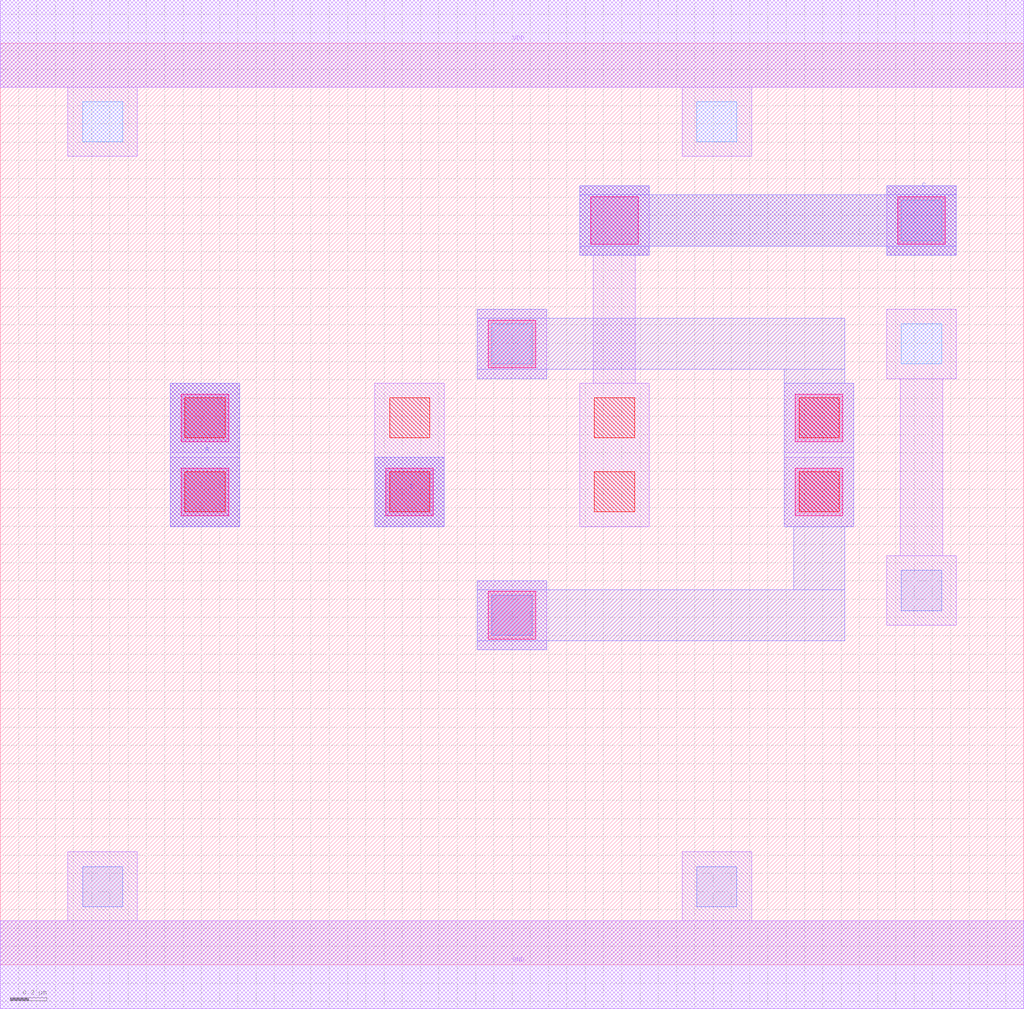
<source format=lef>
MACRO MARTIN1989
 CLASS CORE ;
 FOREIGN MARTIN1989 0 0 ;
 SIZE 5.6000000000000005 BY 5.04 ;
 ORIGIN 0 0 ;
 SYMMETRY X Y R90 ;
 SITE unit ;
  PIN VDD
   DIRECTION INOUT ;
   USE POWER ;
   SHAPE ABUTMENT ;
    PORT
     CLASS CORE ;
       LAYER met1 ;
        RECT 0.00000000 4.80000000 5.60000000 5.28000000 ;
    END
  END VDD

  PIN GND
   DIRECTION INOUT ;
   USE POWER ;
   SHAPE ABUTMENT ;
    PORT
     CLASS CORE ;
       LAYER met1 ;
        RECT 0.00000000 -0.24000000 5.60000000 0.24000000 ;
    END
  END GND

  PIN C
   DIRECTION INOUT ;
   USE SIGNAL ;
   SHAPE ABUTMENT ;
    PORT
     CLASS CORE ;
       LAYER met2 ;
        RECT 3.17000000 3.88200000 3.55000000 3.93200000 ;
        RECT 4.85000000 3.88200000 5.23000000 3.93200000 ;
        RECT 3.17000000 3.93200000 5.23000000 4.21200000 ;
        RECT 3.17000000 4.21200000 3.55000000 4.26200000 ;
        RECT 4.85000000 4.21200000 5.23000000 4.26200000 ;
    END
  END C

  PIN B
   DIRECTION INOUT ;
   USE SIGNAL ;
   SHAPE ABUTMENT ;
    PORT
     CLASS CORE ;
       LAYER met2 ;
        RECT 2.05000000 2.39700000 2.43000000 2.77700000 ;
    END
  END B

  PIN A
   DIRECTION INOUT ;
   USE SIGNAL ;
   SHAPE ABUTMENT ;
    PORT
     CLASS CORE ;
       LAYER met2 ;
        RECT 0.93000000 2.39700000 1.31000000 3.18200000 ;
    END
  END A

 OBS
    LAYER polycont ;
     RECT 1.01000000 2.47700000 1.23000000 2.69700000 ;
     RECT 2.13000000 2.47700000 2.35000000 2.69700000 ;
     RECT 3.25000000 2.47700000 3.47000000 2.69700000 ;
     RECT 4.37000000 2.47700000 4.59000000 2.69700000 ;
     RECT 1.01000000 2.88200000 1.23000000 3.10200000 ;
     RECT 2.13000000 2.88200000 2.35000000 3.10200000 ;
     RECT 3.25000000 2.88200000 3.47000000 3.10200000 ;
     RECT 4.37000000 2.88200000 4.59000000 3.10200000 ;

    LAYER pdiffc ;
     RECT 2.69000000 3.28700000 2.91000000 3.50700000 ;
     RECT 4.93000000 3.28700000 5.15000000 3.50700000 ;
     RECT 4.93000000 3.96200000 5.15000000 4.18200000 ;
     RECT 0.45000000 4.50200000 0.67000000 4.72200000 ;
     RECT 3.81000000 4.50200000 4.03000000 4.72200000 ;

    LAYER ndiffc ;
     RECT 0.45000000 0.31700000 0.67000000 0.53700000 ;
     RECT 3.81000000 0.31700000 4.03000000 0.53700000 ;
     RECT 2.69000000 1.80200000 2.91000000 2.02200000 ;
     RECT 4.93000000 1.93700000 5.15000000 2.15700000 ;

    LAYER met1 ;
     RECT 0.00000000 -0.24000000 5.60000000 0.24000000 ;
     RECT 0.37000000 0.24000000 0.75000000 0.61700000 ;
     RECT 3.73000000 0.24000000 4.11000000 0.61700000 ;
     RECT 2.61000000 1.72200000 2.99000000 2.10200000 ;
     RECT 0.93000000 2.39700000 1.31000000 2.77700000 ;
     RECT 4.29000000 2.39700000 4.67000000 2.77700000 ;
     RECT 0.93000000 2.80200000 1.31000000 3.18200000 ;
     RECT 2.05000000 2.39700000 2.43000000 3.18200000 ;
     RECT 4.29000000 2.80200000 4.67000000 3.18200000 ;
     RECT 2.61000000 3.20700000 2.99000000 3.58700000 ;
     RECT 4.85000000 1.85700000 5.23000000 2.23700000 ;
     RECT 4.92500000 2.23700000 5.15500000 3.20700000 ;
     RECT 4.85000000 3.20700000 5.23000000 3.58700000 ;
     RECT 3.17000000 2.39700000 3.55000000 3.18200000 ;
     RECT 3.24500000 3.18200000 3.47500000 3.88200000 ;
     RECT 3.17000000 3.88200000 3.55000000 4.26200000 ;
     RECT 4.85000000 3.88200000 5.23000000 4.26200000 ;
     RECT 0.37000000 4.42200000 0.75000000 4.80000000 ;
     RECT 3.73000000 4.42200000 4.11000000 4.80000000 ;
     RECT 0.00000000 4.80000000 5.60000000 5.28000000 ;

    LAYER via1 ;
     RECT 2.67000000 1.78200000 2.93000000 2.04200000 ;
     RECT 0.99000000 2.45700000 1.25000000 2.71700000 ;
     RECT 2.11000000 2.45700000 2.37000000 2.71700000 ;
     RECT 4.35000000 2.45700000 4.61000000 2.71700000 ;
     RECT 0.99000000 2.86200000 1.25000000 3.12200000 ;
     RECT 4.35000000 2.86200000 4.61000000 3.12200000 ;
     RECT 2.67000000 3.26700000 2.93000000 3.52700000 ;
     RECT 3.23000000 3.94200000 3.49000000 4.20200000 ;
     RECT 4.91000000 3.94200000 5.17000000 4.20200000 ;

    LAYER met2 ;
     RECT 2.05000000 2.39700000 2.43000000 2.77700000 ;
     RECT 0.93000000 2.39700000 1.31000000 3.18200000 ;
     RECT 2.61000000 1.72200000 2.99000000 1.77200000 ;
     RECT 2.61000000 1.77200000 4.62000000 2.05200000 ;
     RECT 2.61000000 2.05200000 2.99000000 2.10200000 ;
     RECT 4.34000000 2.05200000 4.62000000 2.39700000 ;
     RECT 4.29000000 2.39700000 4.67000000 3.18200000 ;
     RECT 2.61000000 3.20700000 2.99000000 3.25700000 ;
     RECT 4.29000000 3.18200000 4.62000000 3.25700000 ;
     RECT 2.61000000 3.25700000 4.62000000 3.53700000 ;
     RECT 2.61000000 3.53700000 2.99000000 3.58700000 ;
     RECT 3.17000000 3.88200000 3.55000000 3.93200000 ;
     RECT 4.85000000 3.88200000 5.23000000 3.93200000 ;
     RECT 3.17000000 3.93200000 5.23000000 4.21200000 ;
     RECT 3.17000000 4.21200000 3.55000000 4.26200000 ;
     RECT 4.85000000 4.21200000 5.23000000 4.26200000 ;

 END
END MARTIN1989

</source>
